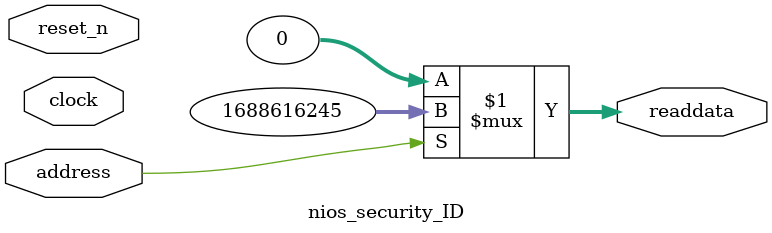
<source format=v>



// synthesis translate_off
`timescale 1ns / 1ps
// synthesis translate_on

// turn off superfluous verilog processor warnings 
// altera message_level Level1 
// altera message_off 10034 10035 10036 10037 10230 10240 10030 

module nios_security_ID (
               // inputs:
                address,
                clock,
                reset_n,

               // outputs:
                readdata
             )
;

  output  [ 31: 0] readdata;
  input            address;
  input            clock;
  input            reset_n;

  wire    [ 31: 0] readdata;
  //control_slave, which is an e_avalon_slave
  assign readdata = address ? 1688616245 : 0;

endmodule



</source>
